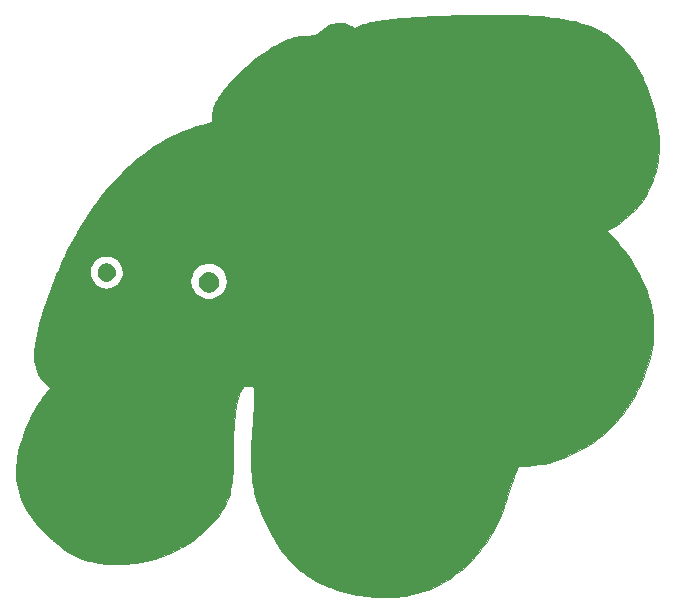
<source format=gbr>
%TF.GenerationSoftware,KiCad,Pcbnew,5.1.10-88a1d61d58~90~ubuntu20.04.1*%
%TF.CreationDate,2022-09-07T16:13:06+02:00*%
%TF.ProjectId,Wawies_PCB_ready,57617769-6573-45f5-9043-425f72656164,rev?*%
%TF.SameCoordinates,Original*%
%TF.FileFunction,Copper,L2,Bot*%
%TF.FilePolarity,Positive*%
%FSLAX46Y46*%
G04 Gerber Fmt 4.6, Leading zero omitted, Abs format (unit mm)*
G04 Created by KiCad (PCBNEW 5.1.10-88a1d61d58~90~ubuntu20.04.1) date 2022-09-07 16:13:06*
%MOMM*%
%LPD*%
G01*
G04 APERTURE LIST*
%TA.AperFunction,EtchedComponent*%
%ADD10C,0.010000*%
%TD*%
%TA.AperFunction,ComponentPad*%
%ADD11C,4.321700*%
%TD*%
%TA.AperFunction,ComponentPad*%
%ADD12C,0.960476*%
%TD*%
G04 APERTURE END LIST*
D10*
%TO.C,G\u002A\u002A\u002A*%
G36*
X-25409537Y19395803D02*
G01*
X-25294575Y19375764D01*
X-25185312Y19339497D01*
X-25086477Y19287847D01*
X-25081118Y19284367D01*
X-24983050Y19208023D01*
X-24901271Y19119861D01*
X-24836146Y19021998D01*
X-24788040Y18916553D01*
X-24757318Y18805644D01*
X-24744345Y18691390D01*
X-24749485Y18575910D01*
X-24773105Y18461322D01*
X-24815568Y18349743D01*
X-24877241Y18243294D01*
X-24897059Y18215936D01*
X-24975073Y18129989D01*
X-25066914Y18057906D01*
X-25169505Y18000871D01*
X-25279770Y17960068D01*
X-25394634Y17936681D01*
X-25511021Y17931894D01*
X-25606521Y17942883D01*
X-25727442Y17975844D01*
X-25837376Y18026735D01*
X-25937512Y18096201D01*
X-26007013Y18161000D01*
X-26085400Y18257517D01*
X-26145250Y18362435D01*
X-26186377Y18473607D01*
X-26208595Y18588885D01*
X-26211716Y18706121D01*
X-26195555Y18823167D01*
X-26159926Y18937876D01*
X-26104642Y19048100D01*
X-26086448Y19076622D01*
X-26013234Y19167772D01*
X-25924660Y19247272D01*
X-25824460Y19312569D01*
X-25716367Y19361106D01*
X-25637657Y19383820D01*
X-25525474Y19398770D01*
X-25409537Y19395803D01*
G37*
X-25409537Y19395803D02*
X-25294575Y19375764D01*
X-25185312Y19339497D01*
X-25086477Y19287847D01*
X-25081118Y19284367D01*
X-24983050Y19208023D01*
X-24901271Y19119861D01*
X-24836146Y19021998D01*
X-24788040Y18916553D01*
X-24757318Y18805644D01*
X-24744345Y18691390D01*
X-24749485Y18575910D01*
X-24773105Y18461322D01*
X-24815568Y18349743D01*
X-24877241Y18243294D01*
X-24897059Y18215936D01*
X-24975073Y18129989D01*
X-25066914Y18057906D01*
X-25169505Y18000871D01*
X-25279770Y17960068D01*
X-25394634Y17936681D01*
X-25511021Y17931894D01*
X-25606521Y17942883D01*
X-25727442Y17975844D01*
X-25837376Y18026735D01*
X-25937512Y18096201D01*
X-26007013Y18161000D01*
X-26085400Y18257517D01*
X-26145250Y18362435D01*
X-26186377Y18473607D01*
X-26208595Y18588885D01*
X-26211716Y18706121D01*
X-26195555Y18823167D01*
X-26159926Y18937876D01*
X-26104642Y19048100D01*
X-26086448Y19076622D01*
X-26013234Y19167772D01*
X-25924660Y19247272D01*
X-25824460Y19312569D01*
X-25716367Y19361106D01*
X-25637657Y19383820D01*
X-25525474Y19398770D01*
X-25409537Y19395803D01*
G36*
X-16730156Y18652039D02*
G01*
X-16602410Y18628989D01*
X-16482310Y18587286D01*
X-16371412Y18527838D01*
X-16271272Y18451552D01*
X-16183446Y18359337D01*
X-16109489Y18252103D01*
X-16080592Y18198057D01*
X-16043183Y18114099D01*
X-16017825Y18036755D01*
X-16002102Y17957190D01*
X-15994679Y17883694D01*
X-15995823Y17755052D01*
X-16016257Y17631877D01*
X-16054494Y17515592D01*
X-16109048Y17407619D01*
X-16178430Y17309383D01*
X-16261156Y17222307D01*
X-16355736Y17147813D01*
X-16460685Y17087325D01*
X-16574516Y17042266D01*
X-16695742Y17014059D01*
X-16822876Y17004128D01*
X-16909276Y17008274D01*
X-17034581Y17030910D01*
X-17153460Y17072620D01*
X-17264046Y17131807D01*
X-17364470Y17206875D01*
X-17452864Y17296227D01*
X-17527359Y17398266D01*
X-17586086Y17511396D01*
X-17623066Y17618216D01*
X-17637246Y17690830D01*
X-17645021Y17775306D01*
X-17646306Y17863862D01*
X-17641020Y17948719D01*
X-17629077Y18022097D01*
X-17627462Y18028708D01*
X-17585877Y18151260D01*
X-17526285Y18265426D01*
X-17450510Y18368886D01*
X-17360376Y18459315D01*
X-17257708Y18534391D01*
X-17208500Y18562238D01*
X-17117077Y18604541D01*
X-17030327Y18632799D01*
X-16939546Y18649369D01*
X-16863994Y18655525D01*
X-16730156Y18652039D01*
G37*
X-16730156Y18652039D02*
X-16602410Y18628989D01*
X-16482310Y18587286D01*
X-16371412Y18527838D01*
X-16271272Y18451552D01*
X-16183446Y18359337D01*
X-16109489Y18252103D01*
X-16080592Y18198057D01*
X-16043183Y18114099D01*
X-16017825Y18036755D01*
X-16002102Y17957190D01*
X-15994679Y17883694D01*
X-15995823Y17755052D01*
X-16016257Y17631877D01*
X-16054494Y17515592D01*
X-16109048Y17407619D01*
X-16178430Y17309383D01*
X-16261156Y17222307D01*
X-16355736Y17147813D01*
X-16460685Y17087325D01*
X-16574516Y17042266D01*
X-16695742Y17014059D01*
X-16822876Y17004128D01*
X-16909276Y17008274D01*
X-17034581Y17030910D01*
X-17153460Y17072620D01*
X-17264046Y17131807D01*
X-17364470Y17206875D01*
X-17452864Y17296227D01*
X-17527359Y17398266D01*
X-17586086Y17511396D01*
X-17623066Y17618216D01*
X-17637246Y17690830D01*
X-17645021Y17775306D01*
X-17646306Y17863862D01*
X-17641020Y17948719D01*
X-17629077Y18022097D01*
X-17627462Y18028708D01*
X-17585877Y18151260D01*
X-17526285Y18265426D01*
X-17450510Y18368886D01*
X-17360376Y18459315D01*
X-17257708Y18534391D01*
X-17208500Y18562238D01*
X-17117077Y18604541D01*
X-17030327Y18632799D01*
X-16939546Y18649369D01*
X-16863994Y18655525D01*
X-16730156Y18652039D01*
G36*
X8033816Y40452215D02*
G01*
X8436118Y40448304D01*
X8820983Y40442244D01*
X9187567Y40434034D01*
X9535027Y40423672D01*
X9862519Y40411155D01*
X9953625Y40407122D01*
X10458741Y40380844D01*
X10944007Y40349033D01*
X11410035Y40311576D01*
X11857436Y40268365D01*
X12286821Y40219288D01*
X12698800Y40164234D01*
X13093986Y40103093D01*
X13472989Y40035754D01*
X13836419Y39962106D01*
X14184889Y39882039D01*
X14519008Y39795441D01*
X14839389Y39702203D01*
X15146641Y39602213D01*
X15441377Y39495361D01*
X15724206Y39381536D01*
X15804759Y39346913D01*
X15886399Y39310056D01*
X15981819Y39264911D01*
X16086538Y39213760D01*
X16196073Y39158883D01*
X16305942Y39102563D01*
X16411665Y39047082D01*
X16508758Y38994721D01*
X16592741Y38947761D01*
X16621125Y38931314D01*
X16965369Y38717309D01*
X17295221Y38487786D01*
X17610643Y38242787D01*
X17911594Y37982353D01*
X18198036Y37706524D01*
X18469927Y37415344D01*
X18727228Y37108852D01*
X18969899Y36787089D01*
X19197901Y36450098D01*
X19411193Y36097919D01*
X19485232Y35965855D01*
X19549383Y35846215D01*
X19619627Y35710183D01*
X19694383Y35561093D01*
X19772067Y35402278D01*
X19851098Y35237073D01*
X19929893Y35068812D01*
X20006870Y34900827D01*
X20080446Y34736453D01*
X20149040Y34579024D01*
X20195260Y34469917D01*
X20397996Y33962657D01*
X20580278Y33460348D01*
X20742100Y32963017D01*
X20883459Y32470688D01*
X21004350Y31983387D01*
X21104768Y31501140D01*
X21184709Y31023971D01*
X21244169Y30551907D01*
X21283143Y30084972D01*
X21301626Y29623193D01*
X21299614Y29166594D01*
X21277102Y28715200D01*
X21255982Y28469167D01*
X21204984Y28055488D01*
X21134526Y27649641D01*
X21044699Y27251870D01*
X20935594Y26862414D01*
X20807305Y26481515D01*
X20659923Y26109415D01*
X20493539Y25746355D01*
X20308246Y25392576D01*
X20104135Y25048319D01*
X19881299Y24713826D01*
X19765796Y24554229D01*
X19523224Y24245494D01*
X19264007Y23949419D01*
X18988941Y23666673D01*
X18698823Y23397920D01*
X18394448Y23143829D01*
X18076611Y22905064D01*
X17746109Y22682294D01*
X17403737Y22476184D01*
X17073502Y22299090D01*
X17018810Y22271190D01*
X16971300Y22246488D01*
X16933946Y22226569D01*
X16909724Y22213019D01*
X16901584Y22207487D01*
X16908459Y22198763D01*
X16927812Y22176639D01*
X16957729Y22143236D01*
X16996299Y22100677D01*
X17041610Y22051085D01*
X17084146Y22004824D01*
X17421275Y21631833D01*
X17739187Y21264807D01*
X18038637Y20902700D01*
X18320381Y20544464D01*
X18585174Y20189053D01*
X18833770Y19835419D01*
X19066924Y19482516D01*
X19285391Y19129297D01*
X19489926Y18774714D01*
X19681285Y18417722D01*
X19707126Y18367375D01*
X19915402Y17938715D01*
X20102701Y17509704D01*
X20269030Y17080157D01*
X20414397Y16649890D01*
X20538810Y16218719D01*
X20642276Y15786460D01*
X20724802Y15352929D01*
X20786396Y14917940D01*
X20827066Y14481311D01*
X20846818Y14042856D01*
X20845661Y13602391D01*
X20823603Y13159732D01*
X20780649Y12714695D01*
X20716809Y12267096D01*
X20632089Y11816750D01*
X20526498Y11363472D01*
X20400042Y10907080D01*
X20252729Y10447387D01*
X20084566Y9984211D01*
X20052183Y9900708D01*
X19940176Y9625441D01*
X19816704Y9341728D01*
X19683628Y9053204D01*
X19542804Y8763500D01*
X19396091Y8476249D01*
X19245348Y8195085D01*
X19092434Y7923638D01*
X18939206Y7665543D01*
X18787524Y7424431D01*
X18777045Y7408333D01*
X18523629Y7037937D01*
X18250865Y6673452D01*
X17960095Y6316323D01*
X17652662Y5967994D01*
X17329908Y5629912D01*
X16993174Y5303520D01*
X16643803Y4990264D01*
X16283138Y4691589D01*
X16173632Y4605585D01*
X15789624Y4320002D01*
X15394515Y4050184D01*
X14989685Y3796875D01*
X14576514Y3560820D01*
X14156382Y3342762D01*
X13730670Y3143446D01*
X13300757Y2963617D01*
X12868022Y2804018D01*
X12774084Y2772196D01*
X12372380Y2646590D01*
X11975421Y2539512D01*
X11579344Y2450153D01*
X11180289Y2377703D01*
X10774394Y2321351D01*
X10477500Y2290450D01*
X10419759Y2286051D01*
X10349054Y2281970D01*
X10268167Y2278258D01*
X10179882Y2274964D01*
X10086980Y2272137D01*
X9992245Y2269827D01*
X9898459Y2268084D01*
X9808406Y2266957D01*
X9724866Y2266497D01*
X9650624Y2266752D01*
X9588462Y2267772D01*
X9541162Y2269606D01*
X9511507Y2272306D01*
X9507056Y2273149D01*
X9479799Y2278534D01*
X9463047Y2275950D01*
X9448805Y2261872D01*
X9434671Y2241209D01*
X9385339Y2159965D01*
X9331560Y2058818D01*
X9273607Y1938499D01*
X9211753Y1799737D01*
X9146272Y1643264D01*
X9077436Y1469810D01*
X9005519Y1280105D01*
X8930794Y1074881D01*
X8853534Y854867D01*
X8774011Y620795D01*
X8692500Y373394D01*
X8609273Y113396D01*
X8524604Y-158470D01*
X8467726Y-345167D01*
X8340169Y-752279D01*
X8208818Y-1140870D01*
X8072634Y-1513405D01*
X7930577Y-1872351D01*
X7781608Y-2220172D01*
X7624687Y-2559335D01*
X7458775Y-2892305D01*
X7282832Y-3221548D01*
X7171969Y-3418417D01*
X6919378Y-3839404D01*
X6653170Y-4245916D01*
X6373750Y-4637617D01*
X6081521Y-5014173D01*
X5776889Y-5375249D01*
X5460258Y-5720509D01*
X5132035Y-6049618D01*
X4792623Y-6362241D01*
X4442428Y-6658043D01*
X4081854Y-6936689D01*
X3711307Y-7197843D01*
X3331191Y-7441171D01*
X2941911Y-7666337D01*
X2543872Y-7873007D01*
X2137480Y-8060845D01*
X1723139Y-8229516D01*
X1301254Y-8378685D01*
X1102973Y-8441205D01*
X773045Y-8535661D01*
X446446Y-8617553D01*
X119273Y-8687586D01*
X-212380Y-8746466D01*
X-552417Y-8794898D01*
X-904742Y-8833588D01*
X-1206500Y-8858608D01*
X-1251660Y-8861114D01*
X-1314584Y-8863553D01*
X-1392060Y-8865880D01*
X-1480877Y-8868052D01*
X-1577822Y-8870023D01*
X-1679685Y-8871750D01*
X-1783254Y-8873189D01*
X-1885316Y-8874296D01*
X-1982661Y-8875027D01*
X-2072077Y-8875338D01*
X-2150352Y-8875184D01*
X-2214275Y-8874522D01*
X-2260633Y-8873308D01*
X-2264833Y-8873124D01*
X-2613380Y-8853626D01*
X-2945531Y-8828023D01*
X-3265289Y-8795861D01*
X-3576656Y-8756682D01*
X-3883637Y-8710032D01*
X-4190233Y-8655452D01*
X-4212166Y-8651250D01*
X-4552984Y-8581095D01*
X-4897225Y-8501419D01*
X-5241882Y-8413148D01*
X-5583944Y-8317205D01*
X-5920403Y-8214513D01*
X-6248249Y-8105996D01*
X-6564474Y-7992578D01*
X-6866067Y-7875182D01*
X-7150021Y-7754733D01*
X-7188320Y-7737623D01*
X-7548248Y-7566725D01*
X-7894441Y-7383701D01*
X-8227577Y-7187914D01*
X-8548339Y-6978724D01*
X-8857405Y-6755493D01*
X-9155457Y-6517583D01*
X-9443174Y-6264355D01*
X-9721238Y-5995170D01*
X-9990328Y-5709389D01*
X-10251125Y-5406375D01*
X-10504309Y-5085488D01*
X-10750560Y-4746089D01*
X-10990560Y-4387541D01*
X-11224988Y-4009203D01*
X-11304970Y-3873500D01*
X-11427132Y-3658705D01*
X-11553223Y-3427780D01*
X-11681177Y-3184894D01*
X-11808926Y-2934218D01*
X-11934406Y-2679920D01*
X-12055550Y-2426170D01*
X-12170292Y-2177139D01*
X-12276565Y-1936995D01*
X-12348560Y-1767417D01*
X-12468642Y-1469277D01*
X-12579439Y-1173857D01*
X-12681090Y-879961D01*
X-12773731Y-586396D01*
X-12857500Y-291969D01*
X-12932534Y4515D01*
X-12998972Y304248D01*
X-13056951Y608425D01*
X-13106608Y918239D01*
X-13148082Y1234884D01*
X-13181508Y1559554D01*
X-13207026Y1893441D01*
X-13224773Y2237741D01*
X-13234885Y2593646D01*
X-13237502Y2962351D01*
X-13232759Y3345048D01*
X-13220796Y3742933D01*
X-13201749Y4157197D01*
X-13175757Y4589035D01*
X-13142955Y5039641D01*
X-13138923Y5090583D01*
X-13134638Y5143449D01*
X-13128811Y5214049D01*
X-13121724Y5299034D01*
X-13113658Y5395050D01*
X-13104897Y5498745D01*
X-13095722Y5606767D01*
X-13086414Y5715764D01*
X-13081488Y5773208D01*
X-13056236Y6072995D01*
X-13033570Y6354744D01*
X-13013286Y6621397D01*
X-12995182Y6875900D01*
X-12979054Y7121196D01*
X-12964700Y7360229D01*
X-12951917Y7595942D01*
X-12942194Y7794625D01*
X-12939522Y7861455D01*
X-12937129Y7939865D01*
X-12935026Y8027474D01*
X-12933226Y8121901D01*
X-12931740Y8220765D01*
X-12930582Y8321686D01*
X-12929764Y8422282D01*
X-12929298Y8520173D01*
X-12929197Y8612978D01*
X-12929472Y8698316D01*
X-12930137Y8773806D01*
X-12931203Y8837068D01*
X-12932683Y8885720D01*
X-12934589Y8917382D01*
X-12936311Y8928562D01*
X-12941886Y8938171D01*
X-12953431Y8946289D01*
X-12974254Y8954001D01*
X-13007665Y8962392D01*
X-13056971Y8972547D01*
X-13089293Y8978754D01*
X-13245760Y9004489D01*
X-13388610Y9019949D01*
X-13517002Y9025169D01*
X-13630099Y9020186D01*
X-13727061Y9005034D01*
X-13807049Y8979749D01*
X-13867283Y8945831D01*
X-13899732Y8915990D01*
X-13938724Y8871204D01*
X-13981308Y8815446D01*
X-14024535Y8752689D01*
X-14065454Y8686907D01*
X-14084937Y8652648D01*
X-14146144Y8529234D01*
X-14205536Y8385862D01*
X-14262885Y8223682D01*
X-14317958Y8043841D01*
X-14370526Y7847491D01*
X-14420357Y7635780D01*
X-14467222Y7409857D01*
X-14510888Y7170872D01*
X-14551127Y6919974D01*
X-14587706Y6658312D01*
X-14620396Y6387036D01*
X-14648966Y6107295D01*
X-14673185Y5820238D01*
X-14684055Y5667375D01*
X-14689840Y5578936D01*
X-14695037Y5495564D01*
X-14699689Y5415528D01*
X-14703845Y5337091D01*
X-14707548Y5258521D01*
X-14710846Y5178083D01*
X-14713784Y5094043D01*
X-14716408Y5004666D01*
X-14718764Y4908220D01*
X-14720899Y4802969D01*
X-14722857Y4687180D01*
X-14724685Y4559119D01*
X-14726429Y4417051D01*
X-14728134Y4259242D01*
X-14729848Y4083958D01*
X-14731615Y3889466D01*
X-14731849Y3862917D01*
X-14734295Y3601991D01*
X-14736894Y3360885D01*
X-14739689Y3138254D01*
X-14742723Y2932752D01*
X-14746037Y2743032D01*
X-14749674Y2567749D01*
X-14753677Y2405557D01*
X-14758087Y2255110D01*
X-14762948Y2115062D01*
X-14768302Y1984066D01*
X-14774191Y1860778D01*
X-14780657Y1743852D01*
X-14787744Y1631940D01*
X-14795493Y1523698D01*
X-14803947Y1417779D01*
X-14811752Y1328208D01*
X-14851471Y961245D01*
X-14902816Y611551D01*
X-14965916Y278624D01*
X-15040898Y-38039D01*
X-15127890Y-338941D01*
X-15227022Y-624584D01*
X-15338421Y-895470D01*
X-15427865Y-1084792D01*
X-15518983Y-1258574D01*
X-15617798Y-1430369D01*
X-15725196Y-1601217D01*
X-15842059Y-1772157D01*
X-15969271Y-1944231D01*
X-16107718Y-2118477D01*
X-16258282Y-2295937D01*
X-16421847Y-2477651D01*
X-16599298Y-2664659D01*
X-16791519Y-2858001D01*
X-16999393Y-3058717D01*
X-17223805Y-3267848D01*
X-17465639Y-3486434D01*
X-17478548Y-3497937D01*
X-17606604Y-3610704D01*
X-17726883Y-3713741D01*
X-17842742Y-3809618D01*
X-17957537Y-3900903D01*
X-18074625Y-3990165D01*
X-18197362Y-4079972D01*
X-18329104Y-4172894D01*
X-18473209Y-4271498D01*
X-18602549Y-4358127D01*
X-18685961Y-4412680D01*
X-18762829Y-4460807D01*
X-18838320Y-4505473D01*
X-18917603Y-4549641D01*
X-19005845Y-4596275D01*
X-19108214Y-4648342D01*
X-19110549Y-4649513D01*
X-19510959Y-4844718D01*
X-19900921Y-5023337D01*
X-20282243Y-5186043D01*
X-20656729Y-5333511D01*
X-21026185Y-5466413D01*
X-21392418Y-5585425D01*
X-21757232Y-5691219D01*
X-22122434Y-5784468D01*
X-22203833Y-5803557D01*
X-22435178Y-5854310D01*
X-22664264Y-5899054D01*
X-22895247Y-5938415D01*
X-23132280Y-5973021D01*
X-23379521Y-6003497D01*
X-23641125Y-6030470D01*
X-23807208Y-6045276D01*
X-23862357Y-6048814D01*
X-23935816Y-6051824D01*
X-24024733Y-6054306D01*
X-24126259Y-6056261D01*
X-24237542Y-6057689D01*
X-24355731Y-6058589D01*
X-24477977Y-6058964D01*
X-24601429Y-6058813D01*
X-24723235Y-6058136D01*
X-24840546Y-6056934D01*
X-24950510Y-6055207D01*
X-25050277Y-6052957D01*
X-25136997Y-6050182D01*
X-25207818Y-6046884D01*
X-25235958Y-6045069D01*
X-25568476Y-6017067D01*
X-25882985Y-5982689D01*
X-26181788Y-5941510D01*
X-26467189Y-5893107D01*
X-26741490Y-5837055D01*
X-27006996Y-5772930D01*
X-27266009Y-5700308D01*
X-27484916Y-5630870D01*
X-27774883Y-5526819D01*
X-28048844Y-5413474D01*
X-28310603Y-5288985D01*
X-28563967Y-5151508D01*
X-28812743Y-4999194D01*
X-28886549Y-4950664D01*
X-28976307Y-4889804D01*
X-29061557Y-4829902D01*
X-29144500Y-4769171D01*
X-29227337Y-4705825D01*
X-29312267Y-4638079D01*
X-29401492Y-4564146D01*
X-29497211Y-4482240D01*
X-29601626Y-4390576D01*
X-29716937Y-4287367D01*
X-29829125Y-4185616D01*
X-29892521Y-4128153D01*
X-29957582Y-4069737D01*
X-30020636Y-4013625D01*
X-30078011Y-3963075D01*
X-30126033Y-3921345D01*
X-30151916Y-3899294D01*
X-30384415Y-3695353D01*
X-30618639Y-3473478D01*
X-30852095Y-3236475D01*
X-31082289Y-2987151D01*
X-31306726Y-2728315D01*
X-31522913Y-2462774D01*
X-31728355Y-2193333D01*
X-31920559Y-1922802D01*
X-31961324Y-1862667D01*
X-32171555Y-1534180D01*
X-32360641Y-1206025D01*
X-32528602Y-878156D01*
X-32675456Y-550529D01*
X-32801221Y-223100D01*
X-32905917Y104176D01*
X-32989562Y431344D01*
X-33044963Y714375D01*
X-33060536Y809162D01*
X-33073430Y893470D01*
X-33083894Y970763D01*
X-33092175Y1044507D01*
X-33098519Y1118166D01*
X-33103173Y1195204D01*
X-33106384Y1279086D01*
X-33108399Y1373277D01*
X-33109466Y1481241D01*
X-33109830Y1606443D01*
X-33109839Y1624542D01*
X-33109635Y1752780D01*
X-33108808Y1863769D01*
X-33107156Y1961422D01*
X-33104472Y2049654D01*
X-33100554Y2132377D01*
X-33095194Y2213505D01*
X-33088191Y2296953D01*
X-33079337Y2386632D01*
X-33068430Y2486458D01*
X-33061691Y2545292D01*
X-33003070Y2966165D01*
X-32924247Y3391984D01*
X-32825443Y3822124D01*
X-32706877Y4255962D01*
X-32568769Y4692873D01*
X-32411338Y5132231D01*
X-32234803Y5573414D01*
X-32039385Y6015796D01*
X-31825303Y6458753D01*
X-31592776Y6901660D01*
X-31424539Y7201958D01*
X-31231554Y7525918D01*
X-31030902Y7839720D01*
X-30824248Y8140994D01*
X-30613255Y8427367D01*
X-30399589Y8696467D01*
X-30261847Y8858946D01*
X-30256695Y8868544D01*
X-30260415Y8879409D01*
X-30275608Y8894690D01*
X-30304877Y8917533D01*
X-30318711Y8927738D01*
X-30509116Y9077871D01*
X-30685325Y9238571D01*
X-30846127Y9408389D01*
X-30990309Y9585873D01*
X-31116661Y9769573D01*
X-31223968Y9958040D01*
X-31282151Y10080625D01*
X-31379812Y10329093D01*
X-31460014Y10587884D01*
X-31522052Y10854389D01*
X-31565224Y11125995D01*
X-31566156Y11133667D01*
X-31573358Y11210148D01*
X-31578855Y11302968D01*
X-31582617Y11407367D01*
X-31584613Y11518585D01*
X-31584814Y11631860D01*
X-31583188Y11742431D01*
X-31579705Y11845539D01*
X-31574334Y11936422D01*
X-31571513Y11969750D01*
X-31555895Y12116270D01*
X-31535086Y12280706D01*
X-31509479Y12460560D01*
X-31479470Y12653332D01*
X-31445452Y12856523D01*
X-31407821Y13067634D01*
X-31366970Y13284164D01*
X-31351848Y13361458D01*
X-31269733Y13750222D01*
X-31174266Y14153454D01*
X-31066027Y14569690D01*
X-30945602Y14997466D01*
X-30813572Y15435319D01*
X-30670520Y15881784D01*
X-30517030Y16335397D01*
X-30353682Y16794695D01*
X-30181062Y17258214D01*
X-29999751Y17724490D01*
X-29810332Y18192059D01*
X-29613388Y18659457D01*
X-29606895Y18674292D01*
X-26874479Y18674292D01*
X-26865259Y18498741D01*
X-26836367Y18330956D01*
X-26787864Y18171090D01*
X-26719810Y18019293D01*
X-26632264Y17875720D01*
X-26525288Y17740522D01*
X-26491633Y17703948D01*
X-26365535Y17586122D01*
X-26228634Y17486016D01*
X-26082391Y17404098D01*
X-25928266Y17340836D01*
X-25767721Y17296698D01*
X-25602215Y17272151D01*
X-25433210Y17267665D01*
X-25262165Y17283706D01*
X-25208695Y17292970D01*
X-25046164Y17334782D01*
X-24891231Y17395554D01*
X-24745371Y17473980D01*
X-24610061Y17568758D01*
X-24486779Y17678585D01*
X-24377000Y17802155D01*
X-24296550Y17917583D01*
X-18355461Y17917583D01*
X-18354220Y17817941D01*
X-18349350Y17732732D01*
X-18339860Y17655391D01*
X-18324761Y17579350D01*
X-18303063Y17498042D01*
X-18281943Y17429900D01*
X-18223095Y17276294D01*
X-18148612Y17133014D01*
X-18056861Y16997444D01*
X-17946211Y16866968D01*
X-17902268Y16821572D01*
X-17767047Y16700721D01*
X-17621338Y16598243D01*
X-17465279Y16514203D01*
X-17299006Y16448670D01*
X-17122659Y16401709D01*
X-16986250Y16379016D01*
X-16940847Y16375826D01*
X-16879888Y16375142D01*
X-16808798Y16376681D01*
X-16733005Y16380163D01*
X-16657935Y16385306D01*
X-16589013Y16391829D01*
X-16531666Y16399450D01*
X-16507894Y16403823D01*
X-16334387Y16450582D01*
X-16171480Y16515376D01*
X-16018238Y16598706D01*
X-15873725Y16701075D01*
X-15749681Y16810552D01*
X-15626390Y16944495D01*
X-15521355Y17088687D01*
X-15434987Y17242106D01*
X-15367694Y17403734D01*
X-15319888Y17572551D01*
X-15291977Y17747536D01*
X-15284373Y17927670D01*
X-15285362Y17965208D01*
X-15301009Y18142864D01*
X-15334576Y18310595D01*
X-15386882Y18470946D01*
X-15458748Y18626467D01*
X-15543823Y18768950D01*
X-15607134Y18854765D01*
X-15684486Y18943919D01*
X-15770588Y19031132D01*
X-15860150Y19111122D01*
X-15947881Y19178609D01*
X-15968009Y19192314D01*
X-16122032Y19282107D01*
X-16282187Y19352481D01*
X-16446884Y19403654D01*
X-16614532Y19435841D01*
X-16783540Y19449258D01*
X-16952318Y19444121D01*
X-17119275Y19420647D01*
X-17282821Y19379050D01*
X-17441364Y19319547D01*
X-17593315Y19242353D01*
X-17737083Y19147686D01*
X-17871077Y19035760D01*
X-17983522Y18918692D01*
X-18093948Y18775235D01*
X-18185932Y18621560D01*
X-18259621Y18457370D01*
X-18315159Y18282372D01*
X-18332039Y18210619D01*
X-18341399Y18162022D01*
X-18347982Y18114699D01*
X-18352224Y18063173D01*
X-18354563Y18001965D01*
X-18355439Y17925598D01*
X-18355461Y17917583D01*
X-24296550Y17917583D01*
X-24282203Y17938167D01*
X-24203862Y18085315D01*
X-24147468Y18229792D01*
X-24119231Y18325796D01*
X-24099649Y18416830D01*
X-24087226Y18511528D01*
X-24080562Y18616083D01*
X-24084107Y18785840D01*
X-24107490Y18950605D01*
X-24149710Y19109107D01*
X-24209770Y19260071D01*
X-24286667Y19402223D01*
X-24379404Y19534290D01*
X-24486979Y19654998D01*
X-24608394Y19763074D01*
X-24742648Y19857245D01*
X-24888741Y19936236D01*
X-25045674Y19998773D01*
X-25198916Y20040714D01*
X-25262640Y20050827D01*
X-25341294Y20057615D01*
X-25428904Y20061070D01*
X-25519497Y20061184D01*
X-25607097Y20057950D01*
X-25685730Y20051360D01*
X-25749250Y20041441D01*
X-25917929Y19995053D01*
X-26077012Y19930630D01*
X-26225302Y19849077D01*
X-26361600Y19751298D01*
X-26484711Y19638198D01*
X-26593436Y19510680D01*
X-26686579Y19369651D01*
X-26720068Y19307972D01*
X-26780073Y19178745D01*
X-26824028Y19055261D01*
X-26853422Y18931414D01*
X-26869742Y18801096D01*
X-26874479Y18674292D01*
X-29606895Y18674292D01*
X-29409501Y19125220D01*
X-29199255Y19587885D01*
X-28983232Y20045987D01*
X-28762015Y20498063D01*
X-28536187Y20942648D01*
X-28306331Y21378280D01*
X-28073028Y21803493D01*
X-27836863Y22216824D01*
X-27804359Y22272375D01*
X-27515407Y22752138D01*
X-27212849Y23230236D01*
X-26898496Y23704161D01*
X-26574160Y24171404D01*
X-26241653Y24629456D01*
X-25902786Y25075807D01*
X-25559373Y25507950D01*
X-25213224Y25923376D01*
X-24945540Y26230761D01*
X-24682945Y26520367D01*
X-24411403Y26808423D01*
X-24134247Y27091608D01*
X-23854810Y27366597D01*
X-23576427Y27630070D01*
X-23302430Y27878704D01*
X-23214466Y27956123D01*
X-22771071Y28330117D01*
X-22320141Y28684351D01*
X-21861550Y29018889D01*
X-21395169Y29333800D01*
X-20920871Y29629150D01*
X-20438529Y29905006D01*
X-19948016Y30161434D01*
X-19449204Y30398503D01*
X-18941966Y30616278D01*
X-18426175Y30814826D01*
X-17901702Y30994214D01*
X-17368421Y31154510D01*
X-16872560Y31284530D01*
X-16793905Y31303767D01*
X-16720627Y31321727D01*
X-16655619Y31337698D01*
X-16601775Y31350967D01*
X-16561991Y31360822D01*
X-16539159Y31366552D01*
X-16536458Y31367251D01*
X-16512677Y31378306D01*
X-16506691Y31395723D01*
X-16506728Y31396119D01*
X-16520950Y31569249D01*
X-16527551Y31726824D01*
X-16526306Y31873123D01*
X-16516988Y32012424D01*
X-16499374Y32149003D01*
X-16473238Y32287139D01*
X-16455873Y32362367D01*
X-16403501Y32550286D01*
X-16337413Y32739955D01*
X-16256968Y32932597D01*
X-16161525Y33129434D01*
X-16050444Y33331686D01*
X-15923084Y33540575D01*
X-15778804Y33757324D01*
X-15616964Y33983152D01*
X-15579443Y34033503D01*
X-15476396Y34168895D01*
X-15375066Y34297727D01*
X-15273259Y34422479D01*
X-15168782Y34545633D01*
X-15059442Y34669669D01*
X-14943044Y34797070D01*
X-14817396Y34930315D01*
X-14680305Y35071887D01*
X-14529576Y35224266D01*
X-14505321Y35248542D01*
X-14083871Y35656623D01*
X-13655958Y36044661D01*
X-13221333Y36412843D01*
X-12779750Y36761361D01*
X-12330961Y37090404D01*
X-11874718Y37400160D01*
X-11410774Y37690820D01*
X-11011958Y37922014D01*
X-10805321Y38035085D01*
X-10612436Y38135477D01*
X-10430913Y38224208D01*
X-10258364Y38302293D01*
X-10092401Y38370750D01*
X-9930635Y38430595D01*
X-9770678Y38482845D01*
X-9610141Y38528516D01*
X-9551458Y38543615D01*
X-9424907Y38573182D01*
X-9300247Y38597703D01*
X-9173505Y38617670D01*
X-9040708Y38633575D01*
X-8897882Y38645911D01*
X-8741055Y38655169D01*
X-8607464Y38660537D01*
X-8522514Y38663856D01*
X-8437217Y38668051D01*
X-8356028Y38672841D01*
X-8283400Y38677944D01*
X-8223788Y38683077D01*
X-8187417Y38687154D01*
X-8085648Y38702390D01*
X-7985368Y38720516D01*
X-7889748Y38740742D01*
X-7801957Y38762280D01*
X-7725168Y38784342D01*
X-7662550Y38806140D01*
X-7617274Y38826885D01*
X-7611314Y38830383D01*
X-7576169Y38852016D01*
X-7625472Y38782925D01*
X-7647652Y38750989D01*
X-7663241Y38726874D01*
X-7669678Y38714604D01*
X-7669432Y38713833D01*
X-7661176Y38721665D01*
X-7642868Y38742902D01*
X-7617344Y38774161D01*
X-7591817Y38806438D01*
X-7464328Y38954835D01*
X-7319251Y39097092D01*
X-7159810Y39230923D01*
X-6989231Y39354045D01*
X-6810736Y39464173D01*
X-6627550Y39559024D01*
X-6442898Y39636314D01*
X-6397625Y39652372D01*
X-6200170Y39708860D01*
X-5999885Y39744601D01*
X-5797534Y39759709D01*
X-5593879Y39754294D01*
X-5389681Y39728470D01*
X-5185703Y39682350D01*
X-4982708Y39616047D01*
X-4781457Y39529673D01*
X-4582714Y39423340D01*
X-4498415Y39371636D01*
X-4440704Y39334852D01*
X-4403165Y39357831D01*
X-4320928Y39404657D01*
X-4223416Y39454319D01*
X-4115853Y39504394D01*
X-4003466Y39552453D01*
X-3891482Y39596072D01*
X-3884276Y39598719D01*
X-3718192Y39655276D01*
X-3534472Y39709803D01*
X-3332946Y39762318D01*
X-3113445Y39812839D01*
X-2875798Y39861384D01*
X-2619836Y39907969D01*
X-2345390Y39952612D01*
X-2052290Y39995331D01*
X-1740365Y40036144D01*
X-1409447Y40075068D01*
X-1059365Y40112121D01*
X-689950Y40147320D01*
X-301033Y40180683D01*
X107558Y40212228D01*
X535990Y40241971D01*
X984435Y40269931D01*
X1453061Y40296125D01*
X1942038Y40320571D01*
X2451537Y40343286D01*
X2981726Y40364288D01*
X3532776Y40383594D01*
X3767667Y40391114D01*
X4288931Y40406437D01*
X4800351Y40419632D01*
X5301085Y40430696D01*
X5790288Y40439628D01*
X6267118Y40446424D01*
X6730729Y40451083D01*
X7180278Y40453603D01*
X7614922Y40453981D01*
X8033816Y40452215D01*
G37*
X8033816Y40452215D02*
X8436118Y40448304D01*
X8820983Y40442244D01*
X9187567Y40434034D01*
X9535027Y40423672D01*
X9862519Y40411155D01*
X9953625Y40407122D01*
X10458741Y40380844D01*
X10944007Y40349033D01*
X11410035Y40311576D01*
X11857436Y40268365D01*
X12286821Y40219288D01*
X12698800Y40164234D01*
X13093986Y40103093D01*
X13472989Y40035754D01*
X13836419Y39962106D01*
X14184889Y39882039D01*
X14519008Y39795441D01*
X14839389Y39702203D01*
X15146641Y39602213D01*
X15441377Y39495361D01*
X15724206Y39381536D01*
X15804759Y39346913D01*
X15886399Y39310056D01*
X15981819Y39264911D01*
X16086538Y39213760D01*
X16196073Y39158883D01*
X16305942Y39102563D01*
X16411665Y39047082D01*
X16508758Y38994721D01*
X16592741Y38947761D01*
X16621125Y38931314D01*
X16965369Y38717309D01*
X17295221Y38487786D01*
X17610643Y38242787D01*
X17911594Y37982353D01*
X18198036Y37706524D01*
X18469927Y37415344D01*
X18727228Y37108852D01*
X18969899Y36787089D01*
X19197901Y36450098D01*
X19411193Y36097919D01*
X19485232Y35965855D01*
X19549383Y35846215D01*
X19619627Y35710183D01*
X19694383Y35561093D01*
X19772067Y35402278D01*
X19851098Y35237073D01*
X19929893Y35068812D01*
X20006870Y34900827D01*
X20080446Y34736453D01*
X20149040Y34579024D01*
X20195260Y34469917D01*
X20397996Y33962657D01*
X20580278Y33460348D01*
X20742100Y32963017D01*
X20883459Y32470688D01*
X21004350Y31983387D01*
X21104768Y31501140D01*
X21184709Y31023971D01*
X21244169Y30551907D01*
X21283143Y30084972D01*
X21301626Y29623193D01*
X21299614Y29166594D01*
X21277102Y28715200D01*
X21255982Y28469167D01*
X21204984Y28055488D01*
X21134526Y27649641D01*
X21044699Y27251870D01*
X20935594Y26862414D01*
X20807305Y26481515D01*
X20659923Y26109415D01*
X20493539Y25746355D01*
X20308246Y25392576D01*
X20104135Y25048319D01*
X19881299Y24713826D01*
X19765796Y24554229D01*
X19523224Y24245494D01*
X19264007Y23949419D01*
X18988941Y23666673D01*
X18698823Y23397920D01*
X18394448Y23143829D01*
X18076611Y22905064D01*
X17746109Y22682294D01*
X17403737Y22476184D01*
X17073502Y22299090D01*
X17018810Y22271190D01*
X16971300Y22246488D01*
X16933946Y22226569D01*
X16909724Y22213019D01*
X16901584Y22207487D01*
X16908459Y22198763D01*
X16927812Y22176639D01*
X16957729Y22143236D01*
X16996299Y22100677D01*
X17041610Y22051085D01*
X17084146Y22004824D01*
X17421275Y21631833D01*
X17739187Y21264807D01*
X18038637Y20902700D01*
X18320381Y20544464D01*
X18585174Y20189053D01*
X18833770Y19835419D01*
X19066924Y19482516D01*
X19285391Y19129297D01*
X19489926Y18774714D01*
X19681285Y18417722D01*
X19707126Y18367375D01*
X19915402Y17938715D01*
X20102701Y17509704D01*
X20269030Y17080157D01*
X20414397Y16649890D01*
X20538810Y16218719D01*
X20642276Y15786460D01*
X20724802Y15352929D01*
X20786396Y14917940D01*
X20827066Y14481311D01*
X20846818Y14042856D01*
X20845661Y13602391D01*
X20823603Y13159732D01*
X20780649Y12714695D01*
X20716809Y12267096D01*
X20632089Y11816750D01*
X20526498Y11363472D01*
X20400042Y10907080D01*
X20252729Y10447387D01*
X20084566Y9984211D01*
X20052183Y9900708D01*
X19940176Y9625441D01*
X19816704Y9341728D01*
X19683628Y9053204D01*
X19542804Y8763500D01*
X19396091Y8476249D01*
X19245348Y8195085D01*
X19092434Y7923638D01*
X18939206Y7665543D01*
X18787524Y7424431D01*
X18777045Y7408333D01*
X18523629Y7037937D01*
X18250865Y6673452D01*
X17960095Y6316323D01*
X17652662Y5967994D01*
X17329908Y5629912D01*
X16993174Y5303520D01*
X16643803Y4990264D01*
X16283138Y4691589D01*
X16173632Y4605585D01*
X15789624Y4320002D01*
X15394515Y4050184D01*
X14989685Y3796875D01*
X14576514Y3560820D01*
X14156382Y3342762D01*
X13730670Y3143446D01*
X13300757Y2963617D01*
X12868022Y2804018D01*
X12774084Y2772196D01*
X12372380Y2646590D01*
X11975421Y2539512D01*
X11579344Y2450153D01*
X11180289Y2377703D01*
X10774394Y2321351D01*
X10477500Y2290450D01*
X10419759Y2286051D01*
X10349054Y2281970D01*
X10268167Y2278258D01*
X10179882Y2274964D01*
X10086980Y2272137D01*
X9992245Y2269827D01*
X9898459Y2268084D01*
X9808406Y2266957D01*
X9724866Y2266497D01*
X9650624Y2266752D01*
X9588462Y2267772D01*
X9541162Y2269606D01*
X9511507Y2272306D01*
X9507056Y2273149D01*
X9479799Y2278534D01*
X9463047Y2275950D01*
X9448805Y2261872D01*
X9434671Y2241209D01*
X9385339Y2159965D01*
X9331560Y2058818D01*
X9273607Y1938499D01*
X9211753Y1799737D01*
X9146272Y1643264D01*
X9077436Y1469810D01*
X9005519Y1280105D01*
X8930794Y1074881D01*
X8853534Y854867D01*
X8774011Y620795D01*
X8692500Y373394D01*
X8609273Y113396D01*
X8524604Y-158470D01*
X8467726Y-345167D01*
X8340169Y-752279D01*
X8208818Y-1140870D01*
X8072634Y-1513405D01*
X7930577Y-1872351D01*
X7781608Y-2220172D01*
X7624687Y-2559335D01*
X7458775Y-2892305D01*
X7282832Y-3221548D01*
X7171969Y-3418417D01*
X6919378Y-3839404D01*
X6653170Y-4245916D01*
X6373750Y-4637617D01*
X6081521Y-5014173D01*
X5776889Y-5375249D01*
X5460258Y-5720509D01*
X5132035Y-6049618D01*
X4792623Y-6362241D01*
X4442428Y-6658043D01*
X4081854Y-6936689D01*
X3711307Y-7197843D01*
X3331191Y-7441171D01*
X2941911Y-7666337D01*
X2543872Y-7873007D01*
X2137480Y-8060845D01*
X1723139Y-8229516D01*
X1301254Y-8378685D01*
X1102973Y-8441205D01*
X773045Y-8535661D01*
X446446Y-8617553D01*
X119273Y-8687586D01*
X-212380Y-8746466D01*
X-552417Y-8794898D01*
X-904742Y-8833588D01*
X-1206500Y-8858608D01*
X-1251660Y-8861114D01*
X-1314584Y-8863553D01*
X-1392060Y-8865880D01*
X-1480877Y-8868052D01*
X-1577822Y-8870023D01*
X-1679685Y-8871750D01*
X-1783254Y-8873189D01*
X-1885316Y-8874296D01*
X-1982661Y-8875027D01*
X-2072077Y-8875338D01*
X-2150352Y-8875184D01*
X-2214275Y-8874522D01*
X-2260633Y-8873308D01*
X-2264833Y-8873124D01*
X-2613380Y-8853626D01*
X-2945531Y-8828023D01*
X-3265289Y-8795861D01*
X-3576656Y-8756682D01*
X-3883637Y-8710032D01*
X-4190233Y-8655452D01*
X-4212166Y-8651250D01*
X-4552984Y-8581095D01*
X-4897225Y-8501419D01*
X-5241882Y-8413148D01*
X-5583944Y-8317205D01*
X-5920403Y-8214513D01*
X-6248249Y-8105996D01*
X-6564474Y-7992578D01*
X-6866067Y-7875182D01*
X-7150021Y-7754733D01*
X-7188320Y-7737623D01*
X-7548248Y-7566725D01*
X-7894441Y-7383701D01*
X-8227577Y-7187914D01*
X-8548339Y-6978724D01*
X-8857405Y-6755493D01*
X-9155457Y-6517583D01*
X-9443174Y-6264355D01*
X-9721238Y-5995170D01*
X-9990328Y-5709389D01*
X-10251125Y-5406375D01*
X-10504309Y-5085488D01*
X-10750560Y-4746089D01*
X-10990560Y-4387541D01*
X-11224988Y-4009203D01*
X-11304970Y-3873500D01*
X-11427132Y-3658705D01*
X-11553223Y-3427780D01*
X-11681177Y-3184894D01*
X-11808926Y-2934218D01*
X-11934406Y-2679920D01*
X-12055550Y-2426170D01*
X-12170292Y-2177139D01*
X-12276565Y-1936995D01*
X-12348560Y-1767417D01*
X-12468642Y-1469277D01*
X-12579439Y-1173857D01*
X-12681090Y-879961D01*
X-12773731Y-586396D01*
X-12857500Y-291969D01*
X-12932534Y4515D01*
X-12998972Y304248D01*
X-13056951Y608425D01*
X-13106608Y918239D01*
X-13148082Y1234884D01*
X-13181508Y1559554D01*
X-13207026Y1893441D01*
X-13224773Y2237741D01*
X-13234885Y2593646D01*
X-13237502Y2962351D01*
X-13232759Y3345048D01*
X-13220796Y3742933D01*
X-13201749Y4157197D01*
X-13175757Y4589035D01*
X-13142955Y5039641D01*
X-13138923Y5090583D01*
X-13134638Y5143449D01*
X-13128811Y5214049D01*
X-13121724Y5299034D01*
X-13113658Y5395050D01*
X-13104897Y5498745D01*
X-13095722Y5606767D01*
X-13086414Y5715764D01*
X-13081488Y5773208D01*
X-13056236Y6072995D01*
X-13033570Y6354744D01*
X-13013286Y6621397D01*
X-12995182Y6875900D01*
X-12979054Y7121196D01*
X-12964700Y7360229D01*
X-12951917Y7595942D01*
X-12942194Y7794625D01*
X-12939522Y7861455D01*
X-12937129Y7939865D01*
X-12935026Y8027474D01*
X-12933226Y8121901D01*
X-12931740Y8220765D01*
X-12930582Y8321686D01*
X-12929764Y8422282D01*
X-12929298Y8520173D01*
X-12929197Y8612978D01*
X-12929472Y8698316D01*
X-12930137Y8773806D01*
X-12931203Y8837068D01*
X-12932683Y8885720D01*
X-12934589Y8917382D01*
X-12936311Y8928562D01*
X-12941886Y8938171D01*
X-12953431Y8946289D01*
X-12974254Y8954001D01*
X-13007665Y8962392D01*
X-13056971Y8972547D01*
X-13089293Y8978754D01*
X-13245760Y9004489D01*
X-13388610Y9019949D01*
X-13517002Y9025169D01*
X-13630099Y9020186D01*
X-13727061Y9005034D01*
X-13807049Y8979749D01*
X-13867283Y8945831D01*
X-13899732Y8915990D01*
X-13938724Y8871204D01*
X-13981308Y8815446D01*
X-14024535Y8752689D01*
X-14065454Y8686907D01*
X-14084937Y8652648D01*
X-14146144Y8529234D01*
X-14205536Y8385862D01*
X-14262885Y8223682D01*
X-14317958Y8043841D01*
X-14370526Y7847491D01*
X-14420357Y7635780D01*
X-14467222Y7409857D01*
X-14510888Y7170872D01*
X-14551127Y6919974D01*
X-14587706Y6658312D01*
X-14620396Y6387036D01*
X-14648966Y6107295D01*
X-14673185Y5820238D01*
X-14684055Y5667375D01*
X-14689840Y5578936D01*
X-14695037Y5495564D01*
X-14699689Y5415528D01*
X-14703845Y5337091D01*
X-14707548Y5258521D01*
X-14710846Y5178083D01*
X-14713784Y5094043D01*
X-14716408Y5004666D01*
X-14718764Y4908220D01*
X-14720899Y4802969D01*
X-14722857Y4687180D01*
X-14724685Y4559119D01*
X-14726429Y4417051D01*
X-14728134Y4259242D01*
X-14729848Y4083958D01*
X-14731615Y3889466D01*
X-14731849Y3862917D01*
X-14734295Y3601991D01*
X-14736894Y3360885D01*
X-14739689Y3138254D01*
X-14742723Y2932752D01*
X-14746037Y2743032D01*
X-14749674Y2567749D01*
X-14753677Y2405557D01*
X-14758087Y2255110D01*
X-14762948Y2115062D01*
X-14768302Y1984066D01*
X-14774191Y1860778D01*
X-14780657Y1743852D01*
X-14787744Y1631940D01*
X-14795493Y1523698D01*
X-14803947Y1417779D01*
X-14811752Y1328208D01*
X-14851471Y961245D01*
X-14902816Y611551D01*
X-14965916Y278624D01*
X-15040898Y-38039D01*
X-15127890Y-338941D01*
X-15227022Y-624584D01*
X-15338421Y-895470D01*
X-15427865Y-1084792D01*
X-15518983Y-1258574D01*
X-15617798Y-1430369D01*
X-15725196Y-1601217D01*
X-15842059Y-1772157D01*
X-15969271Y-1944231D01*
X-16107718Y-2118477D01*
X-16258282Y-2295937D01*
X-16421847Y-2477651D01*
X-16599298Y-2664659D01*
X-16791519Y-2858001D01*
X-16999393Y-3058717D01*
X-17223805Y-3267848D01*
X-17465639Y-3486434D01*
X-17478548Y-3497937D01*
X-17606604Y-3610704D01*
X-17726883Y-3713741D01*
X-17842742Y-3809618D01*
X-17957537Y-3900903D01*
X-18074625Y-3990165D01*
X-18197362Y-4079972D01*
X-18329104Y-4172894D01*
X-18473209Y-4271498D01*
X-18602549Y-4358127D01*
X-18685961Y-4412680D01*
X-18762829Y-4460807D01*
X-18838320Y-4505473D01*
X-18917603Y-4549641D01*
X-19005845Y-4596275D01*
X-19108214Y-4648342D01*
X-19110549Y-4649513D01*
X-19510959Y-4844718D01*
X-19900921Y-5023337D01*
X-20282243Y-5186043D01*
X-20656729Y-5333511D01*
X-21026185Y-5466413D01*
X-21392418Y-5585425D01*
X-21757232Y-5691219D01*
X-22122434Y-5784468D01*
X-22203833Y-5803557D01*
X-22435178Y-5854310D01*
X-22664264Y-5899054D01*
X-22895247Y-5938415D01*
X-23132280Y-5973021D01*
X-23379521Y-6003497D01*
X-23641125Y-6030470D01*
X-23807208Y-6045276D01*
X-23862357Y-6048814D01*
X-23935816Y-6051824D01*
X-24024733Y-6054306D01*
X-24126259Y-6056261D01*
X-24237542Y-6057689D01*
X-24355731Y-6058589D01*
X-24477977Y-6058964D01*
X-24601429Y-6058813D01*
X-24723235Y-6058136D01*
X-24840546Y-6056934D01*
X-24950510Y-6055207D01*
X-25050277Y-6052957D01*
X-25136997Y-6050182D01*
X-25207818Y-6046884D01*
X-25235958Y-6045069D01*
X-25568476Y-6017067D01*
X-25882985Y-5982689D01*
X-26181788Y-5941510D01*
X-26467189Y-5893107D01*
X-26741490Y-5837055D01*
X-27006996Y-5772930D01*
X-27266009Y-5700308D01*
X-27484916Y-5630870D01*
X-27774883Y-5526819D01*
X-28048844Y-5413474D01*
X-28310603Y-5288985D01*
X-28563967Y-5151508D01*
X-28812743Y-4999194D01*
X-28886549Y-4950664D01*
X-28976307Y-4889804D01*
X-29061557Y-4829902D01*
X-29144500Y-4769171D01*
X-29227337Y-4705825D01*
X-29312267Y-4638079D01*
X-29401492Y-4564146D01*
X-29497211Y-4482240D01*
X-29601626Y-4390576D01*
X-29716937Y-4287367D01*
X-29829125Y-4185616D01*
X-29892521Y-4128153D01*
X-29957582Y-4069737D01*
X-30020636Y-4013625D01*
X-30078011Y-3963075D01*
X-30126033Y-3921345D01*
X-30151916Y-3899294D01*
X-30384415Y-3695353D01*
X-30618639Y-3473478D01*
X-30852095Y-3236475D01*
X-31082289Y-2987151D01*
X-31306726Y-2728315D01*
X-31522913Y-2462774D01*
X-31728355Y-2193333D01*
X-31920559Y-1922802D01*
X-31961324Y-1862667D01*
X-32171555Y-1534180D01*
X-32360641Y-1206025D01*
X-32528602Y-878156D01*
X-32675456Y-550529D01*
X-32801221Y-223100D01*
X-32905917Y104176D01*
X-32989562Y431344D01*
X-33044963Y714375D01*
X-33060536Y809162D01*
X-33073430Y893470D01*
X-33083894Y970763D01*
X-33092175Y1044507D01*
X-33098519Y1118166D01*
X-33103173Y1195204D01*
X-33106384Y1279086D01*
X-33108399Y1373277D01*
X-33109466Y1481241D01*
X-33109830Y1606443D01*
X-33109839Y1624542D01*
X-33109635Y1752780D01*
X-33108808Y1863769D01*
X-33107156Y1961422D01*
X-33104472Y2049654D01*
X-33100554Y2132377D01*
X-33095194Y2213505D01*
X-33088191Y2296953D01*
X-33079337Y2386632D01*
X-33068430Y2486458D01*
X-33061691Y2545292D01*
X-33003070Y2966165D01*
X-32924247Y3391984D01*
X-32825443Y3822124D01*
X-32706877Y4255962D01*
X-32568769Y4692873D01*
X-32411338Y5132231D01*
X-32234803Y5573414D01*
X-32039385Y6015796D01*
X-31825303Y6458753D01*
X-31592776Y6901660D01*
X-31424539Y7201958D01*
X-31231554Y7525918D01*
X-31030902Y7839720D01*
X-30824248Y8140994D01*
X-30613255Y8427367D01*
X-30399589Y8696467D01*
X-30261847Y8858946D01*
X-30256695Y8868544D01*
X-30260415Y8879409D01*
X-30275608Y8894690D01*
X-30304877Y8917533D01*
X-30318711Y8927738D01*
X-30509116Y9077871D01*
X-30685325Y9238571D01*
X-30846127Y9408389D01*
X-30990309Y9585873D01*
X-31116661Y9769573D01*
X-31223968Y9958040D01*
X-31282151Y10080625D01*
X-31379812Y10329093D01*
X-31460014Y10587884D01*
X-31522052Y10854389D01*
X-31565224Y11125995D01*
X-31566156Y11133667D01*
X-31573358Y11210148D01*
X-31578855Y11302968D01*
X-31582617Y11407367D01*
X-31584613Y11518585D01*
X-31584814Y11631860D01*
X-31583188Y11742431D01*
X-31579705Y11845539D01*
X-31574334Y11936422D01*
X-31571513Y11969750D01*
X-31555895Y12116270D01*
X-31535086Y12280706D01*
X-31509479Y12460560D01*
X-31479470Y12653332D01*
X-31445452Y12856523D01*
X-31407821Y13067634D01*
X-31366970Y13284164D01*
X-31351848Y13361458D01*
X-31269733Y13750222D01*
X-31174266Y14153454D01*
X-31066027Y14569690D01*
X-30945602Y14997466D01*
X-30813572Y15435319D01*
X-30670520Y15881784D01*
X-30517030Y16335397D01*
X-30353682Y16794695D01*
X-30181062Y17258214D01*
X-29999751Y17724490D01*
X-29810332Y18192059D01*
X-29613388Y18659457D01*
X-29606895Y18674292D01*
X-26874479Y18674292D01*
X-26865259Y18498741D01*
X-26836367Y18330956D01*
X-26787864Y18171090D01*
X-26719810Y18019293D01*
X-26632264Y17875720D01*
X-26525288Y17740522D01*
X-26491633Y17703948D01*
X-26365535Y17586122D01*
X-26228634Y17486016D01*
X-26082391Y17404098D01*
X-25928266Y17340836D01*
X-25767721Y17296698D01*
X-25602215Y17272151D01*
X-25433210Y17267665D01*
X-25262165Y17283706D01*
X-25208695Y17292970D01*
X-25046164Y17334782D01*
X-24891231Y17395554D01*
X-24745371Y17473980D01*
X-24610061Y17568758D01*
X-24486779Y17678585D01*
X-24377000Y17802155D01*
X-24296550Y17917583D01*
X-18355461Y17917583D01*
X-18354220Y17817941D01*
X-18349350Y17732732D01*
X-18339860Y17655391D01*
X-18324761Y17579350D01*
X-18303063Y17498042D01*
X-18281943Y17429900D01*
X-18223095Y17276294D01*
X-18148612Y17133014D01*
X-18056861Y16997444D01*
X-17946211Y16866968D01*
X-17902268Y16821572D01*
X-17767047Y16700721D01*
X-17621338Y16598243D01*
X-17465279Y16514203D01*
X-17299006Y16448670D01*
X-17122659Y16401709D01*
X-16986250Y16379016D01*
X-16940847Y16375826D01*
X-16879888Y16375142D01*
X-16808798Y16376681D01*
X-16733005Y16380163D01*
X-16657935Y16385306D01*
X-16589013Y16391829D01*
X-16531666Y16399450D01*
X-16507894Y16403823D01*
X-16334387Y16450582D01*
X-16171480Y16515376D01*
X-16018238Y16598706D01*
X-15873725Y16701075D01*
X-15749681Y16810552D01*
X-15626390Y16944495D01*
X-15521355Y17088687D01*
X-15434987Y17242106D01*
X-15367694Y17403734D01*
X-15319888Y17572551D01*
X-15291977Y17747536D01*
X-15284373Y17927670D01*
X-15285362Y17965208D01*
X-15301009Y18142864D01*
X-15334576Y18310595D01*
X-15386882Y18470946D01*
X-15458748Y18626467D01*
X-15543823Y18768950D01*
X-15607134Y18854765D01*
X-15684486Y18943919D01*
X-15770588Y19031132D01*
X-15860150Y19111122D01*
X-15947881Y19178609D01*
X-15968009Y19192314D01*
X-16122032Y19282107D01*
X-16282187Y19352481D01*
X-16446884Y19403654D01*
X-16614532Y19435841D01*
X-16783540Y19449258D01*
X-16952318Y19444121D01*
X-17119275Y19420647D01*
X-17282821Y19379050D01*
X-17441364Y19319547D01*
X-17593315Y19242353D01*
X-17737083Y19147686D01*
X-17871077Y19035760D01*
X-17983522Y18918692D01*
X-18093948Y18775235D01*
X-18185932Y18621560D01*
X-18259621Y18457370D01*
X-18315159Y18282372D01*
X-18332039Y18210619D01*
X-18341399Y18162022D01*
X-18347982Y18114699D01*
X-18352224Y18063173D01*
X-18354563Y18001965D01*
X-18355439Y17925598D01*
X-18355461Y17917583D01*
X-24296550Y17917583D01*
X-24282203Y17938167D01*
X-24203862Y18085315D01*
X-24147468Y18229792D01*
X-24119231Y18325796D01*
X-24099649Y18416830D01*
X-24087226Y18511528D01*
X-24080562Y18616083D01*
X-24084107Y18785840D01*
X-24107490Y18950605D01*
X-24149710Y19109107D01*
X-24209770Y19260071D01*
X-24286667Y19402223D01*
X-24379404Y19534290D01*
X-24486979Y19654998D01*
X-24608394Y19763074D01*
X-24742648Y19857245D01*
X-24888741Y19936236D01*
X-25045674Y19998773D01*
X-25198916Y20040714D01*
X-25262640Y20050827D01*
X-25341294Y20057615D01*
X-25428904Y20061070D01*
X-25519497Y20061184D01*
X-25607097Y20057950D01*
X-25685730Y20051360D01*
X-25749250Y20041441D01*
X-25917929Y19995053D01*
X-26077012Y19930630D01*
X-26225302Y19849077D01*
X-26361600Y19751298D01*
X-26484711Y19638198D01*
X-26593436Y19510680D01*
X-26686579Y19369651D01*
X-26720068Y19307972D01*
X-26780073Y19178745D01*
X-26824028Y19055261D01*
X-26853422Y18931414D01*
X-26869742Y18801096D01*
X-26874479Y18674292D01*
X-29606895Y18674292D01*
X-29409501Y19125220D01*
X-29199255Y19587885D01*
X-28983232Y20045987D01*
X-28762015Y20498063D01*
X-28536187Y20942648D01*
X-28306331Y21378280D01*
X-28073028Y21803493D01*
X-27836863Y22216824D01*
X-27804359Y22272375D01*
X-27515407Y22752138D01*
X-27212849Y23230236D01*
X-26898496Y23704161D01*
X-26574160Y24171404D01*
X-26241653Y24629456D01*
X-25902786Y25075807D01*
X-25559373Y25507950D01*
X-25213224Y25923376D01*
X-24945540Y26230761D01*
X-24682945Y26520367D01*
X-24411403Y26808423D01*
X-24134247Y27091608D01*
X-23854810Y27366597D01*
X-23576427Y27630070D01*
X-23302430Y27878704D01*
X-23214466Y27956123D01*
X-22771071Y28330117D01*
X-22320141Y28684351D01*
X-21861550Y29018889D01*
X-21395169Y29333800D01*
X-20920871Y29629150D01*
X-20438529Y29905006D01*
X-19948016Y30161434D01*
X-19449204Y30398503D01*
X-18941966Y30616278D01*
X-18426175Y30814826D01*
X-17901702Y30994214D01*
X-17368421Y31154510D01*
X-16872560Y31284530D01*
X-16793905Y31303767D01*
X-16720627Y31321727D01*
X-16655619Y31337698D01*
X-16601775Y31350967D01*
X-16561991Y31360822D01*
X-16539159Y31366552D01*
X-16536458Y31367251D01*
X-16512677Y31378306D01*
X-16506691Y31395723D01*
X-16506728Y31396119D01*
X-16520950Y31569249D01*
X-16527551Y31726824D01*
X-16526306Y31873123D01*
X-16516988Y32012424D01*
X-16499374Y32149003D01*
X-16473238Y32287139D01*
X-16455873Y32362367D01*
X-16403501Y32550286D01*
X-16337413Y32739955D01*
X-16256968Y32932597D01*
X-16161525Y33129434D01*
X-16050444Y33331686D01*
X-15923084Y33540575D01*
X-15778804Y33757324D01*
X-15616964Y33983152D01*
X-15579443Y34033503D01*
X-15476396Y34168895D01*
X-15375066Y34297727D01*
X-15273259Y34422479D01*
X-15168782Y34545633D01*
X-15059442Y34669669D01*
X-14943044Y34797070D01*
X-14817396Y34930315D01*
X-14680305Y35071887D01*
X-14529576Y35224266D01*
X-14505321Y35248542D01*
X-14083871Y35656623D01*
X-13655958Y36044661D01*
X-13221333Y36412843D01*
X-12779750Y36761361D01*
X-12330961Y37090404D01*
X-11874718Y37400160D01*
X-11410774Y37690820D01*
X-11011958Y37922014D01*
X-10805321Y38035085D01*
X-10612436Y38135477D01*
X-10430913Y38224208D01*
X-10258364Y38302293D01*
X-10092401Y38370750D01*
X-9930635Y38430595D01*
X-9770678Y38482845D01*
X-9610141Y38528516D01*
X-9551458Y38543615D01*
X-9424907Y38573182D01*
X-9300247Y38597703D01*
X-9173505Y38617670D01*
X-9040708Y38633575D01*
X-8897882Y38645911D01*
X-8741055Y38655169D01*
X-8607464Y38660537D01*
X-8522514Y38663856D01*
X-8437217Y38668051D01*
X-8356028Y38672841D01*
X-8283400Y38677944D01*
X-8223788Y38683077D01*
X-8187417Y38687154D01*
X-8085648Y38702390D01*
X-7985368Y38720516D01*
X-7889748Y38740742D01*
X-7801957Y38762280D01*
X-7725168Y38784342D01*
X-7662550Y38806140D01*
X-7617274Y38826885D01*
X-7611314Y38830383D01*
X-7576169Y38852016D01*
X-7625472Y38782925D01*
X-7647652Y38750989D01*
X-7663241Y38726874D01*
X-7669678Y38714604D01*
X-7669432Y38713833D01*
X-7661176Y38721665D01*
X-7642868Y38742902D01*
X-7617344Y38774161D01*
X-7591817Y38806438D01*
X-7464328Y38954835D01*
X-7319251Y39097092D01*
X-7159810Y39230923D01*
X-6989231Y39354045D01*
X-6810736Y39464173D01*
X-6627550Y39559024D01*
X-6442898Y39636314D01*
X-6397625Y39652372D01*
X-6200170Y39708860D01*
X-5999885Y39744601D01*
X-5797534Y39759709D01*
X-5593879Y39754294D01*
X-5389681Y39728470D01*
X-5185703Y39682350D01*
X-4982708Y39616047D01*
X-4781457Y39529673D01*
X-4582714Y39423340D01*
X-4498415Y39371636D01*
X-4440704Y39334852D01*
X-4403165Y39357831D01*
X-4320928Y39404657D01*
X-4223416Y39454319D01*
X-4115853Y39504394D01*
X-4003466Y39552453D01*
X-3891482Y39596072D01*
X-3884276Y39598719D01*
X-3718192Y39655276D01*
X-3534472Y39709803D01*
X-3332946Y39762318D01*
X-3113445Y39812839D01*
X-2875798Y39861384D01*
X-2619836Y39907969D01*
X-2345390Y39952612D01*
X-2052290Y39995331D01*
X-1740365Y40036144D01*
X-1409447Y40075068D01*
X-1059365Y40112121D01*
X-689950Y40147320D01*
X-301033Y40180683D01*
X107558Y40212228D01*
X535990Y40241971D01*
X984435Y40269931D01*
X1453061Y40296125D01*
X1942038Y40320571D01*
X2451537Y40343286D01*
X2981726Y40364288D01*
X3532776Y40383594D01*
X3767667Y40391114D01*
X4288931Y40406437D01*
X4800351Y40419632D01*
X5301085Y40430696D01*
X5790288Y40439628D01*
X6267118Y40446424D01*
X6730729Y40451083D01*
X7180278Y40453603D01*
X7614922Y40453981D01*
X8033816Y40452215D01*
%TD*%
D11*
%TO.P,,1*%
%TO.N,N/C*%
X10630959Y30598164D03*
%TD*%
%TO.P,,2*%
%TO.N,N/C*%
X10108997Y12873734D03*
%TD*%
D12*
%TO.P,,3*%
%TO.N,N/C*%
X-25482988Y18666000D03*
%TD*%
%TO.P,,4*%
%TO.N,N/C*%
X-16833485Y17902637D03*
%TD*%
M02*

</source>
